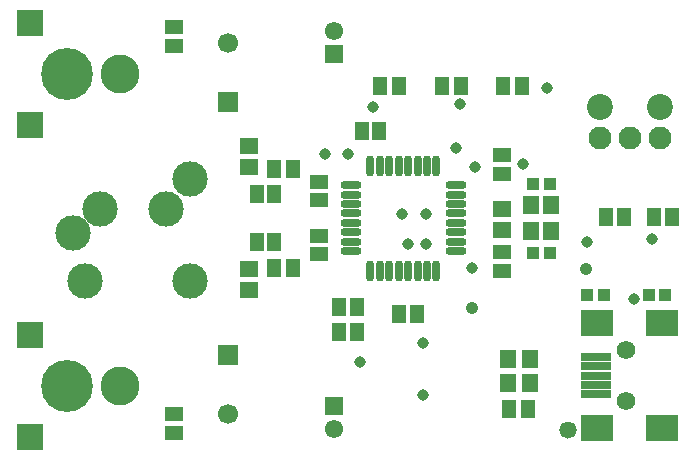
<source format=gbs>
%FSLAX42Y42*%
%MOMM*%
G71*
G01*
G75*
G04 Layer_Color=16711935*
%ADD10R,1.30X1.55*%
%ADD11R,1.40X1.20*%
%ADD12R,1.30X1.00*%
%ADD13R,2.20X0.95*%
%ADD14R,1.10X1.25*%
%ADD15C,0.30*%
%ADD16C,0.25*%
%ADD17C,1.75*%
%ADD18C,2.00*%
%ADD19R,2.00X2.00*%
%ADD20C,4.20*%
%ADD21C,3.10*%
%ADD22C,1.37*%
%ADD23C,0.86*%
%ADD24R,1.35X1.35*%
%ADD25C,1.35*%
%ADD26C,2.79*%
%ADD27R,1.50X1.50*%
%ADD28C,1.50*%
%ADD29C,0.76*%
%ADD30C,1.27*%
%ADD31C,0.64*%
%ADD32R,1.10X1.40*%
%ADD33R,1.20X1.40*%
%ADD34R,0.80X0.90*%
%ADD35R,1.00X1.30*%
%ADD36R,2.39X0.51*%
%ADD37R,2.49X2.01*%
%ADD38R,1.40X1.10*%
%ADD39O,1.60X0.55*%
%ADD40O,0.55X1.60*%
%ADD41C,1.27*%
%ADD42C,0.38*%
%ADD43C,0.51*%
%ADD44C,0.20*%
%ADD45C,0.13*%
%ADD46C,0.15*%
%ADD47C,0.15*%
%ADD48R,1.50X1.75*%
%ADD49R,1.60X1.40*%
%ADD50R,1.50X1.20*%
%ADD51R,2.40X1.15*%
%ADD52R,1.30X1.45*%
%ADD53C,1.95*%
%ADD54C,2.20*%
%ADD55R,2.20X2.20*%
%ADD56C,4.40*%
%ADD57C,3.30*%
%ADD58C,1.57*%
%ADD59C,1.07*%
%ADD60R,1.55X1.55*%
%ADD61C,1.55*%
%ADD62C,3.00*%
%ADD63R,1.70X1.70*%
%ADD64C,1.70*%
%ADD65C,0.97*%
%ADD66C,1.47*%
%ADD67R,1.30X1.60*%
%ADD68R,1.40X1.60*%
%ADD69R,1.00X1.10*%
%ADD70R,1.20X1.50*%
%ADD71R,2.59X0.71*%
%ADD72R,2.69X2.21*%
%ADD73R,1.60X1.30*%
%ADD74O,1.80X0.75*%
%ADD75O,0.75X1.80*%
D49*
X8611Y8889D02*
D03*
Y9069D02*
D03*
X6464Y9602D02*
D03*
Y9422D02*
D03*
X6464Y8381D02*
D03*
Y8561D02*
D03*
D50*
X5829Y10608D02*
D03*
Y10448D02*
D03*
Y7172D02*
D03*
Y7332D02*
D03*
X8611Y8703D02*
D03*
Y8543D02*
D03*
Y9369D02*
D03*
Y9529D02*
D03*
D53*
X9436Y9670D02*
D03*
X9690D02*
D03*
X9944D02*
D03*
D54*
X9436Y9932D02*
D03*
X9944D02*
D03*
D55*
X4607Y7999D02*
D03*
Y7139D02*
D03*
Y10641D02*
D03*
Y9781D02*
D03*
D56*
X4922Y7569D02*
D03*
Y10211D02*
D03*
D57*
X5372Y7569D02*
D03*
Y10211D02*
D03*
D58*
X9660Y7877D02*
D03*
Y7440D02*
D03*
D59*
X9322Y8560D02*
D03*
X8357Y8230D02*
D03*
D60*
X7188Y7403D02*
D03*
Y10378D02*
D03*
D61*
Y7203D02*
D03*
Y10578D02*
D03*
D62*
X4978Y8865D02*
D03*
X5207Y9068D02*
D03*
X5766D02*
D03*
X5080Y8458D02*
D03*
X5969D02*
D03*
Y9322D02*
D03*
D63*
X6287Y7832D02*
D03*
Y9974D02*
D03*
D64*
Y7332D02*
D03*
Y10474D02*
D03*
D65*
X9873Y8814D02*
D03*
X9327Y8793D02*
D03*
X8357Y8572D02*
D03*
X7938Y7493D02*
D03*
X9728Y8306D02*
D03*
X7404Y7772D02*
D03*
X7938Y7938D02*
D03*
X7112Y9538D02*
D03*
X7303D02*
D03*
X8992Y10096D02*
D03*
X8255Y9957D02*
D03*
X7518Y9931D02*
D03*
X8217Y9589D02*
D03*
X8788Y9449D02*
D03*
X7811Y8776D02*
D03*
X7963D02*
D03*
X8382Y9423D02*
D03*
X7963Y9030D02*
D03*
X7760D02*
D03*
D66*
X9167Y7196D02*
D03*
D67*
X6529Y8788D02*
D03*
X6679D02*
D03*
X6529Y9195D02*
D03*
X6679D02*
D03*
X7231Y8026D02*
D03*
X7381D02*
D03*
X7231Y8242D02*
D03*
X7381D02*
D03*
X7418Y9728D02*
D03*
X7568D02*
D03*
X7886Y8179D02*
D03*
X7736D02*
D03*
X9488Y9002D02*
D03*
X9638D02*
D03*
X10044Y9004D02*
D03*
X9894D02*
D03*
D68*
X9026Y8882D02*
D03*
Y9102D02*
D03*
X8856D02*
D03*
Y8882D02*
D03*
X8840Y7595D02*
D03*
X8660D02*
D03*
X8840Y7798D02*
D03*
X8660D02*
D03*
D69*
X8871Y9284D02*
D03*
X9011D02*
D03*
Y8700D02*
D03*
X8871D02*
D03*
X9468Y8344D02*
D03*
X9328D02*
D03*
X9851Y8344D02*
D03*
X9991D02*
D03*
D70*
X7578Y10109D02*
D03*
X7738D02*
D03*
X6836Y9412D02*
D03*
X6676D02*
D03*
X6836Y8571D02*
D03*
X6676D02*
D03*
X8670Y7379D02*
D03*
X8830D02*
D03*
X8779Y10109D02*
D03*
X8619D02*
D03*
X8259D02*
D03*
X8099D02*
D03*
D71*
X9403Y7816D02*
D03*
Y7737D02*
D03*
Y7658D02*
D03*
Y7579D02*
D03*
Y7501D02*
D03*
D72*
X9408Y8103D02*
D03*
X9959Y7214D02*
D03*
Y8103D02*
D03*
X9408Y7214D02*
D03*
D73*
X7061Y8688D02*
D03*
Y8838D02*
D03*
X7061Y9295D02*
D03*
Y9145D02*
D03*
D74*
X7327Y9272D02*
D03*
Y9192D02*
D03*
Y9112D02*
D03*
Y9032D02*
D03*
Y8952D02*
D03*
Y8872D02*
D03*
Y8792D02*
D03*
Y8712D02*
D03*
X8217D02*
D03*
Y8792D02*
D03*
Y8872D02*
D03*
Y8952D02*
D03*
Y9032D02*
D03*
Y9112D02*
D03*
Y9192D02*
D03*
Y9272D02*
D03*
D75*
X7492Y8547D02*
D03*
X7572D02*
D03*
X7652D02*
D03*
X7732D02*
D03*
X7812D02*
D03*
X7892D02*
D03*
X7972D02*
D03*
X8052D02*
D03*
Y9437D02*
D03*
X7972D02*
D03*
X7892D02*
D03*
X7812D02*
D03*
X7732D02*
D03*
X7652D02*
D03*
X7572D02*
D03*
X7492D02*
D03*
M02*

</source>
